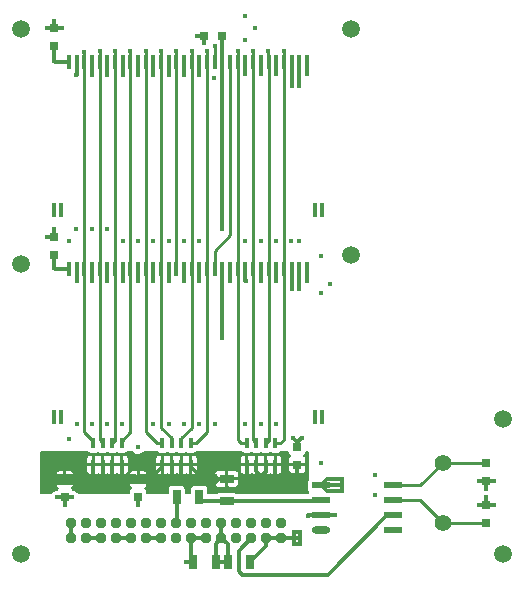
<source format=gbl>
G04 #@! TF.FileFunction,Copper,L4,Bot,Signal*
%FSLAX46Y46*%
G04 Gerber Fmt 4.6, Leading zero omitted, Abs format (unit mm)*
G04 Created by KiCad (PCBNEW 4.0.6) date Mon Aug 28 23:47:59 2017*
%MOMM*%
%LPD*%
G01*
G04 APERTURE LIST*
%ADD10C,0.100000*%
%ADD11R,0.370000X1.200000*%
%ADD12C,1.500000*%
%ADD13C,1.422400*%
%ADD14R,0.400000X0.900000*%
%ADD15C,0.950000*%
%ADD16R,0.800000X0.750000*%
%ADD17R,0.750000X0.800000*%
%ADD18R,0.700000X1.300000*%
%ADD19R,1.300000X0.700000*%
%ADD20O,1.600000X0.600000*%
%ADD21R,1.600000X0.600000*%
%ADD22C,0.450000*%
%ADD23C,0.370000*%
%ADD24C,0.250000*%
%ADD25C,0.200000*%
G04 APERTURE END LIST*
D10*
D11*
X29428132Y-47702064D03*
X30078132Y-47702064D03*
X30728132Y-47702064D03*
X31378132Y-47702064D03*
X32028132Y-47702064D03*
X32678132Y-47702064D03*
X33328132Y-47702064D03*
X33978132Y-47702064D03*
X34628132Y-47702064D03*
X35278132Y-47702064D03*
X35928132Y-47702064D03*
X36578132Y-47702064D03*
X37228132Y-47702064D03*
X37878132Y-47702064D03*
X38528132Y-47702064D03*
X39178132Y-47702064D03*
X39828133Y-47702064D03*
X40478133Y-47702064D03*
X41128133Y-47702064D03*
X41778133Y-47702064D03*
X42428133Y-47702064D03*
X43078133Y-47702064D03*
X43728133Y-47702064D03*
X44378133Y-47702064D03*
X45028133Y-47702064D03*
X45678133Y-47702064D03*
X46328133Y-47702064D03*
X46978133Y-47702064D03*
X47628133Y-47702064D03*
X48278133Y-47702064D03*
X48928133Y-47702064D03*
X49578133Y-47702064D03*
X50878133Y-60252065D03*
X50228133Y-60252065D03*
X28778132Y-60252065D03*
X28128132Y-60252065D03*
D12*
X25400000Y-27432000D03*
X66158500Y-71882000D03*
X66158530Y-60452000D03*
D13*
X61087000Y-64135000D03*
X61087000Y-69215000D03*
D14*
X32288722Y-62491848D03*
X33088722Y-62491848D03*
X31488722Y-62491848D03*
X33888722Y-62491848D03*
X31488722Y-64291848D03*
X32288722Y-64291848D03*
X33088722Y-64291848D03*
X33888722Y-64291848D03*
D12*
X25400000Y-47268000D03*
X53340000Y-27432000D03*
X25400000Y-71882000D03*
X53331500Y-46506000D03*
D14*
X38138722Y-62491848D03*
X38938722Y-62491848D03*
X37338722Y-62491848D03*
X39738722Y-62491848D03*
X37338722Y-64291848D03*
X38138722Y-64291848D03*
X38938722Y-64291848D03*
X39738722Y-64291848D03*
X45288722Y-62491848D03*
X46088722Y-62491848D03*
X44488722Y-62491848D03*
X46888722Y-62491848D03*
X44488722Y-64291848D03*
X45288722Y-64291848D03*
X46088722Y-64291848D03*
X46888722Y-64291848D03*
D15*
X47410000Y-69235400D03*
X46140000Y-69235400D03*
X44870589Y-69235400D03*
X43600589Y-69235400D03*
X42330000Y-69231623D03*
X41060000Y-69235400D03*
X39790000Y-69235400D03*
X38520589Y-69235400D03*
X37250589Y-69235400D03*
X35980000Y-69235400D03*
X34710000Y-69235400D03*
X33440589Y-69235400D03*
X32170589Y-69235400D03*
X30900000Y-69235400D03*
X29630000Y-69235400D03*
X47410000Y-70505400D03*
X46140589Y-70505400D03*
X44870000Y-70505400D03*
X43600000Y-70505400D03*
X42330000Y-70501623D03*
X41060000Y-70505400D03*
X39790000Y-70505400D03*
X38520589Y-70505400D03*
X37250589Y-70501623D03*
X35980000Y-70501623D03*
X34710000Y-70501623D03*
X33440589Y-70501623D03*
X32170589Y-70501623D03*
X30900000Y-70501623D03*
X29630000Y-70501623D03*
D16*
X42397500Y-27964000D03*
X40897500Y-27964000D03*
D17*
X64770000Y-69203000D03*
X64770000Y-67703000D03*
X64770000Y-64147000D03*
X64770000Y-65647000D03*
X28185500Y-28841000D03*
X28185500Y-27341000D03*
X28185500Y-46494000D03*
X28185500Y-44994000D03*
X48759500Y-62774000D03*
X48759500Y-64274000D03*
X35297500Y-67042600D03*
X35297500Y-65542600D03*
X29083000Y-67044000D03*
X29083000Y-65544000D03*
D18*
X44765000Y-72517000D03*
X42865000Y-72517000D03*
D19*
X42799000Y-67371000D03*
X42799000Y-65471000D03*
D18*
X38547000Y-67056000D03*
X40447000Y-67056000D03*
X41844000Y-72517000D03*
X39944000Y-72517000D03*
D20*
X50800000Y-69850000D03*
D21*
X50800000Y-68580000D03*
X50800000Y-67310000D03*
X50800000Y-66040000D03*
X56896000Y-66040000D03*
X56896000Y-67310000D03*
X56896000Y-68580000D03*
X56896000Y-69850000D03*
D11*
X29428132Y-30176064D03*
X30078132Y-30176064D03*
X30728132Y-30176064D03*
X31378132Y-30176064D03*
X32028132Y-30176064D03*
X32678132Y-30176064D03*
X33328132Y-30176064D03*
X33978132Y-30176064D03*
X34628132Y-30176064D03*
X35278132Y-30176064D03*
X35928132Y-30176064D03*
X36578132Y-30176064D03*
X37228132Y-30176064D03*
X37878132Y-30176064D03*
X38528132Y-30176064D03*
X39178132Y-30176064D03*
X39828133Y-30176064D03*
X40478133Y-30176064D03*
X41128133Y-30176064D03*
X41778133Y-30176064D03*
X42428133Y-30176064D03*
X43078133Y-30176064D03*
X43728133Y-30176064D03*
X44378133Y-30176064D03*
X45028133Y-30176064D03*
X45678133Y-30176064D03*
X46328133Y-30176064D03*
X46978133Y-30176064D03*
X47628133Y-30176064D03*
X48278133Y-30176064D03*
X48928133Y-30176064D03*
X49578133Y-30176064D03*
X50878133Y-42726065D03*
X50228133Y-42726065D03*
X28778132Y-42726065D03*
X28128132Y-42726065D03*
D22*
X42426001Y-43331000D03*
X42426001Y-43839000D03*
X42420000Y-44347000D03*
X42420000Y-49517000D03*
X42425500Y-53547000D03*
X42420000Y-50037000D03*
X42425500Y-50557000D03*
X42425500Y-53027000D03*
X42425500Y-52507000D03*
X48277120Y-32256715D03*
X48911683Y-32256715D03*
X30065100Y-31266000D03*
X31360500Y-31266000D03*
X32694000Y-31266000D03*
X35272100Y-31266000D03*
X37888300Y-31266000D03*
X40479100Y-31266000D03*
X44365300Y-31240600D03*
X45686100Y-31240600D03*
X46981500Y-31240600D03*
X48276895Y-49401476D03*
X48937004Y-49402606D03*
X46981500Y-48741200D03*
X45686100Y-48741200D03*
X44390700Y-48741200D03*
X43069900Y-48741200D03*
X40479100Y-48741200D03*
X30091157Y-48740024D03*
X31385010Y-48741631D03*
X32680966Y-48741633D03*
X37888300Y-48741631D03*
X35272878Y-48741631D03*
X46956100Y-60831600D03*
X45686100Y-60831600D03*
X44365956Y-60831155D03*
X40453700Y-60831600D03*
X37862900Y-60831040D03*
X30090500Y-60857000D03*
X31361048Y-60856297D03*
X32675168Y-60861789D03*
X35272100Y-62812800D03*
X48911899Y-45388905D03*
X48251500Y-45388400D03*
X46981500Y-45388400D03*
X45660700Y-45388400D03*
X44365300Y-45363000D03*
X40453700Y-45363000D03*
X37862900Y-45388400D03*
X35272100Y-45337600D03*
X32655900Y-44372400D03*
X31360500Y-44347000D03*
X30065100Y-44347000D03*
X44314500Y-28345000D03*
X41748811Y-31519244D03*
X51503724Y-49019342D03*
X50791500Y-49757200D03*
X27550500Y-44982000D03*
X28185500Y-44347000D03*
X28820500Y-27329000D03*
X27550500Y-27329000D03*
X28185500Y-26694000D03*
X40885500Y-28599000D03*
X40250500Y-27964000D03*
X44314500Y-26313000D03*
X45203500Y-27329000D03*
X49648500Y-68604000D03*
X51934500Y-68578600D03*
X64113800Y-67702300D03*
X65421900Y-67702300D03*
X64774200Y-67054600D03*
X65434600Y-65644900D03*
X64113800Y-65644900D03*
X64774200Y-66318000D03*
X35297500Y-67715000D03*
X29087200Y-67715000D03*
X28452200Y-67041900D03*
X29709500Y-67041900D03*
X49140500Y-62000000D03*
X48378500Y-62000000D03*
X55363500Y-65175000D03*
X55363500Y-66826000D03*
X39370000Y-72517000D03*
X47625500Y-29302000D03*
X46325500Y-29302000D03*
X45025500Y-29302000D03*
X43725500Y-29302000D03*
X41125500Y-29302000D03*
X39825500Y-29302000D03*
X38525500Y-29302000D03*
X37225500Y-29302000D03*
X35925500Y-29302000D03*
X34625500Y-29302000D03*
X33325219Y-29302275D03*
X32024431Y-29301698D03*
X30727006Y-29303377D03*
X40513000Y-65278000D03*
X41783000Y-65278000D03*
X39243000Y-65278000D03*
X44314500Y-66318000D03*
X49013500Y-70001000D03*
X48518200Y-70001000D03*
X49013500Y-71017000D03*
X48518200Y-71017000D03*
X49013500Y-70509000D03*
X48518200Y-70509000D03*
X45711500Y-66318000D03*
X46981500Y-66318000D03*
X49013500Y-66318000D03*
X48505500Y-66318000D03*
X49022000Y-65786000D03*
X49022000Y-65278000D03*
X48514000Y-65786000D03*
X48514000Y-65278000D03*
X31369000Y-65786000D03*
X31369000Y-65278000D03*
X46990000Y-65786000D03*
X46990000Y-65278000D03*
X45720000Y-65786000D03*
X45720000Y-65278000D03*
X44323000Y-65786000D03*
X44323000Y-65278000D03*
X27686000Y-64770000D03*
X28194000Y-64770000D03*
X29972000Y-65278000D03*
X29972000Y-65786000D03*
X36576000Y-65278000D03*
X36576000Y-65786000D03*
X33909000Y-65786000D03*
X32639000Y-65786000D03*
X27686000Y-65278000D03*
X27686000Y-65786000D03*
X28194000Y-65278000D03*
X28194000Y-65786000D03*
X32639000Y-65278000D03*
X33909000Y-65278000D03*
X40513000Y-65786000D03*
X41783000Y-65786000D03*
X39243000Y-65786000D03*
X41774500Y-28853000D03*
X39158300Y-31266000D03*
X36567500Y-31266000D03*
X33976700Y-31266000D03*
X49572300Y-31240600D03*
X39183700Y-48741200D03*
X49587303Y-48741200D03*
X33976922Y-48741631D03*
X36568836Y-48741631D03*
X41761800Y-60844300D03*
X39171000Y-60844300D03*
X36567500Y-60844300D03*
X33964000Y-60844300D03*
X29417400Y-62139700D03*
X39183700Y-45363000D03*
X36567500Y-45388400D03*
X29404617Y-45388281D03*
X33976700Y-45363000D03*
X28185500Y-47649000D03*
X28185500Y-30123000D03*
X50791500Y-46633000D03*
X50810500Y-64142000D03*
X52578000Y-65532000D03*
X52578000Y-66548000D03*
X52578000Y-66040000D03*
D23*
X42430000Y-27964000D02*
X42430000Y-30181401D01*
X42430000Y-30181401D02*
X42426001Y-30185400D01*
X42426001Y-30185400D02*
X42426001Y-43331000D01*
X42426001Y-43331000D02*
X42426001Y-43839000D01*
X42420000Y-44347000D02*
X42420000Y-43845001D01*
X42420000Y-43845001D02*
X42426001Y-43839000D01*
X42425500Y-53027000D02*
X42425500Y-53547000D01*
X42425500Y-52507000D02*
X42425500Y-50557000D01*
X42425500Y-50557000D02*
X42425500Y-47735901D01*
X42425500Y-52507000D02*
X42425500Y-53027000D01*
X42425500Y-47735901D02*
X42426001Y-47735400D01*
X42330000Y-69231623D02*
X42330000Y-70501623D01*
X41844000Y-72517000D02*
X42865000Y-72517000D01*
X42865000Y-72517000D02*
X42865000Y-71036623D01*
X42865000Y-71036623D02*
X42330000Y-70501623D01*
X41844000Y-72517000D02*
X41844000Y-70987623D01*
X41844000Y-70987623D02*
X42330000Y-70501623D01*
X48276001Y-32255596D02*
X48277120Y-32256715D01*
X48276001Y-30185400D02*
X48276001Y-32255596D01*
X48926001Y-32242397D02*
X48911683Y-32256715D01*
X48926001Y-30185400D02*
X48926001Y-32242397D01*
X30076000Y-30185400D02*
X30076000Y-31255100D01*
X30076000Y-31255100D02*
X30065100Y-31266000D01*
X31376000Y-30185400D02*
X31376000Y-31250500D01*
X31376000Y-31250500D02*
X31360500Y-31266000D01*
X32676000Y-30185400D02*
X32676000Y-31248000D01*
X32676000Y-31248000D02*
X32694000Y-31266000D01*
X35276000Y-30185400D02*
X35276000Y-31262100D01*
X35276000Y-31262100D02*
X35272100Y-31266000D01*
X37876000Y-30185400D02*
X37876000Y-31253700D01*
X37876000Y-31253700D02*
X37888300Y-31266000D01*
X40476001Y-30185400D02*
X40476001Y-31262901D01*
X40476001Y-31262901D02*
X40479100Y-31266000D01*
X44376001Y-30185400D02*
X44376001Y-31229899D01*
X44376001Y-31229899D02*
X44365300Y-31240600D01*
X45676001Y-30185400D02*
X45676001Y-31230501D01*
X45676001Y-31230501D02*
X45686100Y-31240600D01*
X46976001Y-30185400D02*
X46976001Y-31235101D01*
X46976001Y-31235101D02*
X46981500Y-31240600D01*
X48276001Y-49400582D02*
X48276895Y-49401476D01*
X48276001Y-47735400D02*
X48276001Y-49400582D01*
X48926001Y-49391603D02*
X48937004Y-49402606D01*
X48926001Y-47735400D02*
X48926001Y-49391603D01*
X46976001Y-47735400D02*
X46976001Y-48735701D01*
X46976001Y-48735701D02*
X46981500Y-48741200D01*
X45676001Y-47735400D02*
X45676001Y-48731101D01*
X45676001Y-48731101D02*
X45686100Y-48741200D01*
X44376001Y-47735400D02*
X44376001Y-48726501D01*
X44376001Y-48726501D02*
X44390700Y-48741200D01*
X43076001Y-47735400D02*
X43076001Y-48735099D01*
X43076001Y-48735099D02*
X43069900Y-48741200D01*
X40476001Y-47735400D02*
X40476001Y-48738101D01*
X40476001Y-48738101D02*
X40479100Y-48741200D01*
X30076000Y-48724867D02*
X30091157Y-48740024D01*
X30076000Y-47735400D02*
X30076000Y-48724867D01*
X31376000Y-48732621D02*
X31385010Y-48741631D01*
X31376000Y-47735400D02*
X31376000Y-48732621D01*
X32676000Y-48736667D02*
X32680966Y-48741633D01*
X32676000Y-47735400D02*
X32676000Y-48736667D01*
X37876000Y-48729331D02*
X37888300Y-48741631D01*
X37876000Y-47735400D02*
X37876000Y-48729331D01*
X35276000Y-48738509D02*
X35272878Y-48741631D01*
X35276000Y-47735400D02*
X35276000Y-48738509D01*
X28185500Y-44994000D02*
X27562500Y-44994000D01*
X27562500Y-44994000D02*
X27550500Y-44982000D01*
X28185500Y-44994000D02*
X28185500Y-44347000D01*
X28185500Y-27341000D02*
X28808500Y-27341000D01*
X28808500Y-27341000D02*
X28820500Y-27329000D01*
X28185500Y-27341000D02*
X27562500Y-27341000D01*
X27562500Y-27341000D02*
X27550500Y-27329000D01*
X28185500Y-27341000D02*
X28185500Y-26694000D01*
X40897500Y-27964000D02*
X40897500Y-28587000D01*
X40897500Y-28587000D02*
X40885500Y-28599000D01*
X40897500Y-27964000D02*
X40250500Y-27964000D01*
X50800000Y-68580000D02*
X49672500Y-68580000D01*
X49672500Y-68580000D02*
X49648500Y-68604000D01*
X51933100Y-68580000D02*
X51934500Y-68578600D01*
X50800000Y-68580000D02*
X51933100Y-68580000D01*
X64770000Y-67703000D02*
X64114500Y-67703000D01*
X64114500Y-67703000D02*
X64113800Y-67702300D01*
X64770000Y-67703000D02*
X65421200Y-67703000D01*
X65421200Y-67703000D02*
X65421900Y-67702300D01*
X64770000Y-67703000D02*
X64770000Y-67058800D01*
X64770000Y-67058800D02*
X64774200Y-67054600D01*
X64770000Y-65647000D02*
X65432500Y-65647000D01*
X65432500Y-65647000D02*
X65434600Y-65644900D01*
X64770000Y-65647000D02*
X64115900Y-65647000D01*
X64115900Y-65647000D02*
X64113800Y-65644900D01*
X64770000Y-65647000D02*
X64770000Y-66313800D01*
X64770000Y-66313800D02*
X64774200Y-66318000D01*
X35297500Y-67042600D02*
X35297500Y-67715000D01*
X29083000Y-67044000D02*
X29083000Y-67710800D01*
X29083000Y-67710800D02*
X29087200Y-67715000D01*
X29083000Y-67044000D02*
X28454300Y-67044000D01*
X28454300Y-67044000D02*
X28452200Y-67041900D01*
X29083000Y-67044000D02*
X29707400Y-67044000D01*
X29707400Y-67044000D02*
X29709500Y-67041900D01*
X48759500Y-62381000D02*
X49140500Y-62000000D01*
X48759500Y-62774000D02*
X48759500Y-62381000D01*
X48759500Y-62381000D02*
X48378500Y-62000000D01*
X32170589Y-70501623D02*
X30900000Y-70501623D01*
X37250589Y-70501623D02*
X35980000Y-70501623D01*
X41060000Y-70505400D02*
X39790000Y-70505400D01*
X39790000Y-70505400D02*
X39790000Y-72363000D01*
X39790000Y-72363000D02*
X39944000Y-72517000D01*
X39944000Y-72517000D02*
X39370000Y-72517000D01*
D24*
X61087000Y-69215000D02*
X64758000Y-69215000D01*
X64758000Y-69215000D02*
X64770000Y-69203000D01*
X56896000Y-67310000D02*
X59182000Y-67310000D01*
X59182000Y-67310000D02*
X61087000Y-69215000D01*
X61087000Y-64135000D02*
X64758000Y-64135000D01*
X64758000Y-64135000D02*
X64770000Y-64147000D01*
X56896000Y-66040000D02*
X59182000Y-66040000D01*
X59182000Y-66040000D02*
X61087000Y-64135000D01*
X47625500Y-29302000D02*
X47625500Y-30184899D01*
X47625500Y-30184899D02*
X47626001Y-30185400D01*
X47626001Y-30185400D02*
X47626001Y-47735400D01*
X47626001Y-47735400D02*
X47626001Y-62204569D01*
X47626001Y-62204569D02*
X47338722Y-62491848D01*
X47338722Y-62491848D02*
X46888722Y-62491848D01*
X46325500Y-29302000D02*
X46325500Y-30184899D01*
X46325500Y-30184899D02*
X46326001Y-30185400D01*
X46326001Y-30185400D02*
X46326001Y-47735400D01*
X46326001Y-47735400D02*
X46326001Y-62254569D01*
X46326001Y-62254569D02*
X46088722Y-62491848D01*
X45025500Y-29302000D02*
X45025500Y-30184899D01*
X45025500Y-30184899D02*
X45026001Y-30185400D01*
X45026001Y-30185400D02*
X45026001Y-47735400D01*
X45026001Y-47735400D02*
X45026001Y-62229127D01*
X45026001Y-62229127D02*
X45288722Y-62491848D01*
X43725500Y-29302000D02*
X43725500Y-30184899D01*
X43725500Y-30184899D02*
X43726001Y-30185400D01*
X43726001Y-30185400D02*
X43726001Y-47735400D01*
X43726001Y-47735400D02*
X43726001Y-62179127D01*
X43726001Y-62179127D02*
X44038722Y-62491848D01*
X44038722Y-62491848D02*
X44488722Y-62491848D01*
X41125500Y-29302000D02*
X41125500Y-30184899D01*
X41125500Y-30184899D02*
X41126001Y-30185400D01*
X41126001Y-30185400D02*
X41126001Y-47735400D01*
X41126001Y-47735400D02*
X41126001Y-61554569D01*
X41126001Y-61554569D02*
X40188722Y-62491848D01*
X40188722Y-62491848D02*
X39738722Y-62491848D01*
X39826001Y-61169567D02*
X38938722Y-62056846D01*
X38938722Y-62056846D02*
X38938722Y-62491848D01*
X39825500Y-29302000D02*
X39825500Y-30184899D01*
X39825500Y-30184899D02*
X39826001Y-30185400D01*
X39826001Y-30185400D02*
X39826001Y-47735400D01*
X39826001Y-47735400D02*
X39826001Y-61169567D01*
X38525500Y-29302000D02*
X38525500Y-30184900D01*
X38525500Y-30184900D02*
X38526000Y-30185400D01*
X38526000Y-30185400D02*
X38526000Y-47735400D01*
D23*
X38547000Y-67056000D02*
X38547000Y-69208989D01*
D24*
X38547000Y-69208989D02*
X38520589Y-69235400D01*
X38674000Y-69081989D02*
X38520589Y-69235400D01*
X37225500Y-29302000D02*
X37225500Y-30184900D01*
X37225500Y-30184900D02*
X37226000Y-30185400D01*
X37226000Y-30185400D02*
X37226000Y-47735400D01*
X37226000Y-47735400D02*
X37226000Y-61144124D01*
X37226000Y-61144124D02*
X38138722Y-62056846D01*
X38138722Y-62056846D02*
X38138722Y-62491848D01*
X35925500Y-29302000D02*
X35925500Y-30184900D01*
X35925500Y-30184900D02*
X35926000Y-30185400D01*
X35926000Y-30185400D02*
X35926000Y-47735400D01*
X35926000Y-47735400D02*
X35926000Y-61529126D01*
X35926000Y-61529126D02*
X36888722Y-62491848D01*
X36888722Y-62491848D02*
X37338722Y-62491848D01*
X34625500Y-29302000D02*
X34625500Y-30184900D01*
X34625500Y-30184900D02*
X34626000Y-30185400D01*
X34626000Y-30185400D02*
X34626000Y-47735400D01*
X34626000Y-47735400D02*
X34626000Y-61504570D01*
X34626000Y-61504570D02*
X33888722Y-62241848D01*
X33888722Y-62241848D02*
X33888722Y-62491848D01*
X33326000Y-29303056D02*
X33325219Y-29302275D01*
X33326000Y-30185400D02*
X33326000Y-29303056D01*
X33326000Y-30185400D02*
X33326000Y-47735400D01*
X33326000Y-47735400D02*
X33326000Y-62254570D01*
X33326000Y-62254570D02*
X33088722Y-62491848D01*
X32026000Y-29303267D02*
X32024431Y-29301698D01*
X32026000Y-30185400D02*
X32026000Y-29303267D01*
X32026000Y-30185400D02*
X32026000Y-47735400D01*
X32026000Y-47735400D02*
X32026000Y-62229126D01*
X32026000Y-62229126D02*
X32288722Y-62491848D01*
X30726000Y-29304383D02*
X30727006Y-29303377D01*
X30726000Y-30185400D02*
X30726000Y-29304383D01*
X30726000Y-30185400D02*
X30726000Y-47735400D01*
X30726000Y-47735400D02*
X30726000Y-61479126D01*
X30726000Y-61479126D02*
X31488722Y-62241848D01*
X31488722Y-62241848D02*
X31488722Y-62491848D01*
D23*
X39243000Y-65278000D02*
X40513000Y-65278000D01*
X40513000Y-65278000D02*
X41783000Y-65278000D01*
X40513000Y-65278000D02*
X40513000Y-65786000D01*
X37969999Y-65278000D02*
X38481000Y-65278000D01*
X38481000Y-65278000D02*
X39243000Y-65278000D01*
X38938722Y-64291848D02*
X38938722Y-65111848D01*
X38938722Y-65111848D02*
X38772570Y-65278000D01*
X38772570Y-65278000D02*
X38481000Y-65278000D01*
X38138722Y-65111848D02*
X37972570Y-65278000D01*
X37972570Y-65278000D02*
X37744999Y-65278000D01*
X41783000Y-65278000D02*
X41783000Y-65786000D01*
X41976000Y-65471000D02*
X41783000Y-65278000D01*
X37744999Y-65278000D02*
X37969999Y-65278000D01*
X39243000Y-65278000D02*
X39243000Y-65786000D01*
X44323000Y-65786000D02*
X44323000Y-66309500D01*
X44323000Y-66309500D02*
X44314500Y-66318000D01*
X49013500Y-70001000D02*
X48518200Y-70001000D01*
X49013500Y-70509000D02*
X49013500Y-70001000D01*
X48518200Y-70509000D02*
X48518200Y-70001000D01*
X49013500Y-71017000D02*
X48518200Y-71017000D01*
X49013500Y-70509000D02*
X49013500Y-71017000D01*
X48518200Y-70509000D02*
X48518200Y-71017000D01*
X48518200Y-70509000D02*
X49013500Y-70509000D01*
X47410000Y-70505400D02*
X48514600Y-70505400D01*
X48514600Y-70505400D02*
X48518200Y-70509000D01*
X46140589Y-70505400D02*
X46140589Y-71141411D01*
X46140589Y-71141411D02*
X44765000Y-72517000D01*
X33909000Y-65786000D02*
X35054100Y-65786000D01*
X35054100Y-65786000D02*
X35297500Y-65542600D01*
X33909000Y-65278000D02*
X35032900Y-65278000D01*
X35032900Y-65278000D02*
X35297500Y-65542600D01*
X36576000Y-65786000D02*
X35540900Y-65786000D01*
X35540900Y-65786000D02*
X35297500Y-65542600D01*
X36576000Y-65278000D02*
X35562100Y-65278000D01*
X35562100Y-65278000D02*
X35297500Y-65542600D01*
X45720000Y-65786000D02*
X45720000Y-66309500D01*
X45720000Y-66309500D02*
X45711500Y-66318000D01*
X46990000Y-65786000D02*
X46990000Y-66309500D01*
X46990000Y-66309500D02*
X46981500Y-66318000D01*
X48759500Y-64274000D02*
X48759500Y-65015500D01*
X48759500Y-65015500D02*
X49022000Y-65278000D01*
X48759500Y-64274000D02*
X48759500Y-65032500D01*
X48759500Y-65032500D02*
X48514000Y-65278000D01*
X48505500Y-66318000D02*
X49013500Y-66318000D01*
X49022000Y-65786000D02*
X49022000Y-66309500D01*
X49022000Y-66309500D02*
X49013500Y-66318000D01*
X48514000Y-65786000D02*
X48514000Y-66309500D01*
X48514000Y-66309500D02*
X48505500Y-66318000D01*
X39738722Y-64291848D02*
X39738722Y-64503722D01*
X39738722Y-64503722D02*
X40513000Y-65278000D01*
X32639000Y-65278000D02*
X32131000Y-65278000D01*
X32131000Y-65278000D02*
X31369000Y-65278000D01*
X32288722Y-64291848D02*
X32288722Y-65120278D01*
X32288722Y-65120278D02*
X32131000Y-65278000D01*
X33909000Y-65278000D02*
X33147000Y-65278000D01*
X33147000Y-65278000D02*
X32639000Y-65278000D01*
X33088722Y-64291848D02*
X33088722Y-65111848D01*
X33088722Y-65111848D02*
X33147000Y-65170126D01*
X33147000Y-65170126D02*
X33147000Y-65278000D01*
X38138722Y-64291848D02*
X38138722Y-65111848D01*
X37338722Y-64291848D02*
X37338722Y-64515278D01*
X37338722Y-64515278D02*
X36576000Y-65278000D01*
X49022000Y-65278000D02*
X49022000Y-65786000D01*
X48514000Y-65786000D02*
X49022000Y-65786000D01*
X48514000Y-65278000D02*
X49022000Y-65278000D01*
X42799000Y-65471000D02*
X41976000Y-65471000D01*
X46990000Y-65786000D02*
X48514000Y-65786000D01*
X46990000Y-65278000D02*
X48514000Y-65278000D01*
X48514000Y-65278000D02*
X48514000Y-65786000D01*
X48526000Y-65266000D02*
X48514000Y-65278000D01*
X36576000Y-65786000D02*
X37744999Y-65786000D01*
X31369000Y-65278000D02*
X31369000Y-65786000D01*
X31488722Y-64291848D02*
X31488722Y-65158278D01*
X31488722Y-65158278D02*
X31369000Y-65278000D01*
X32639000Y-65786000D02*
X31369000Y-65786000D01*
X37744999Y-65786000D02*
X37969999Y-65786000D01*
X42799000Y-65471000D02*
X42098000Y-65471000D01*
X46990000Y-65278000D02*
X45720000Y-65278000D01*
X46990000Y-65786000D02*
X45720000Y-65786000D01*
X46990000Y-65278000D02*
X46990000Y-65786000D01*
X46888722Y-64291848D02*
X46888722Y-65176722D01*
X46888722Y-65176722D02*
X46990000Y-65278000D01*
X44323000Y-65786000D02*
X45720000Y-65786000D01*
X45720000Y-65278000D02*
X44323000Y-65278000D01*
X46088722Y-64291848D02*
X46088722Y-64909278D01*
X46088722Y-64909278D02*
X45720000Y-65278000D01*
X45720000Y-65278000D02*
X45720000Y-65786000D01*
X45288722Y-64291848D02*
X45288722Y-64846722D01*
X45288722Y-64846722D02*
X45720000Y-65278000D01*
X44323000Y-65278000D02*
X44323000Y-65786000D01*
X44488722Y-64291848D02*
X44488722Y-65112278D01*
X44488722Y-65112278D02*
X44323000Y-65278000D01*
X28194000Y-65278000D02*
X29972000Y-65278000D01*
X29972000Y-65278000D02*
X29972000Y-65786000D01*
X27686000Y-64770000D02*
X28194000Y-64770000D01*
X28194000Y-65278000D02*
X28194000Y-65786000D01*
X27686000Y-65278000D02*
X27686000Y-65786000D01*
X32639000Y-65786000D02*
X33909000Y-65786000D01*
X36576000Y-65278000D02*
X37744999Y-65278000D01*
X27686000Y-65278000D02*
X27686000Y-64770000D01*
X28194000Y-65278000D02*
X28194000Y-64770000D01*
X29083000Y-65798000D02*
X29452000Y-65798000D01*
X29083000Y-65798000D02*
X29960000Y-65798000D01*
X29960000Y-65798000D02*
X29972000Y-65786000D01*
X36576000Y-65786000D02*
X36576000Y-65278000D01*
X36564000Y-65798000D02*
X36576000Y-65786000D01*
X33909000Y-65278000D02*
X33909000Y-65786000D01*
X32639000Y-65278000D02*
X32639000Y-65786000D01*
X28194000Y-65278000D02*
X27686000Y-65278000D01*
X28194000Y-65786000D02*
X27686000Y-65786000D01*
X29083000Y-65798000D02*
X28714000Y-65798000D01*
X29083000Y-65798000D02*
X28206000Y-65798000D01*
X28206000Y-65798000D02*
X28194000Y-65786000D01*
X33888722Y-64291848D02*
X33888722Y-65257722D01*
X33888722Y-65257722D02*
X33909000Y-65278000D01*
X46140589Y-70505400D02*
X47410000Y-70505400D01*
X40513000Y-65786000D02*
X41783000Y-65786000D01*
X39243000Y-65786000D02*
X40513000Y-65786000D01*
X37969999Y-65786000D02*
X39243000Y-65786000D01*
X42098000Y-65471000D02*
X41783000Y-65786000D01*
X42799000Y-67371000D02*
X50739000Y-67371000D01*
D24*
X50739000Y-67371000D02*
X50800000Y-67310000D01*
D23*
X42799000Y-67371000D02*
X40762000Y-67371000D01*
X40762000Y-67371000D02*
X40447000Y-67056000D01*
D24*
X43076001Y-30185400D02*
X43076001Y-44861499D01*
X43076001Y-44861499D02*
X41776001Y-46161499D01*
X41776001Y-46885400D02*
X41776001Y-47735400D01*
X41776001Y-46161499D02*
X41776001Y-46885400D01*
X41774500Y-28853000D02*
X41774500Y-30183899D01*
X41774500Y-30183899D02*
X41776001Y-30185400D01*
D23*
X44870000Y-70505400D02*
X43812295Y-71563105D01*
X51373520Y-73602480D02*
X56396000Y-68580000D01*
X43812295Y-71563105D02*
X43812295Y-73326437D01*
X43812295Y-73326437D02*
X44088338Y-73602480D01*
X44088338Y-73602480D02*
X51373520Y-73602480D01*
X56396000Y-68580000D02*
X56896000Y-68580000D01*
X39176000Y-30185400D02*
X39176000Y-31248300D01*
X39176000Y-31248300D02*
X39158300Y-31266000D01*
X36576000Y-30185400D02*
X36576000Y-31257500D01*
X36576000Y-31257500D02*
X36567500Y-31266000D01*
X33976000Y-30185400D02*
X33976000Y-31265300D01*
X33976000Y-31265300D02*
X33976700Y-31266000D01*
X49576001Y-30185400D02*
X49576001Y-31236899D01*
X49576001Y-31236899D02*
X49572300Y-31240600D01*
X39176000Y-47735400D02*
X39176000Y-48733500D01*
X39176000Y-48733500D02*
X39183700Y-48741200D01*
X49576001Y-47735400D02*
X49576001Y-48729898D01*
X49576001Y-48729898D02*
X49587303Y-48741200D01*
X33976000Y-48740709D02*
X33976922Y-48741631D01*
X33976000Y-47735400D02*
X33976000Y-48740709D01*
X36576000Y-48734467D02*
X36568836Y-48741631D01*
X36576000Y-47735400D02*
X36576000Y-48734467D01*
X28185500Y-46494000D02*
X28185500Y-47649000D01*
X29426000Y-47735400D02*
X28271900Y-47735400D01*
X28271900Y-47735400D02*
X28185500Y-47649000D01*
X28185500Y-28841000D02*
X28185500Y-30123000D01*
X29426000Y-30185400D02*
X28247900Y-30185400D01*
X28247900Y-30185400D02*
X28185500Y-30123000D01*
X52578000Y-66548000D02*
X51308000Y-66548000D01*
X51308000Y-66548000D02*
X50800000Y-66040000D01*
X52578000Y-65532000D02*
X51308000Y-65532000D01*
X51308000Y-65532000D02*
X50800000Y-66040000D01*
X52578000Y-66040000D02*
X52578000Y-65532000D01*
X52578000Y-66040000D02*
X52578000Y-66548000D01*
X50800000Y-66040000D02*
X52578000Y-66040000D01*
X29630000Y-70501623D02*
X29630000Y-69235400D01*
X34710000Y-70501623D02*
X33440589Y-70501623D01*
D25*
G36*
X49641633Y-65555955D02*
X49624296Y-65581329D01*
X49592164Y-65740000D01*
X49592164Y-66340000D01*
X49620056Y-66488231D01*
X49638332Y-66516632D01*
X49637743Y-66687956D01*
X43674979Y-66691285D01*
X43607671Y-66645296D01*
X43449000Y-66613164D01*
X42149000Y-66613164D01*
X42000769Y-66641056D01*
X41921189Y-66692264D01*
X41204836Y-66692664D01*
X41204836Y-66406000D01*
X41176944Y-66257769D01*
X41089340Y-66121628D01*
X40955671Y-66030296D01*
X40797000Y-65998164D01*
X40097000Y-65998164D01*
X39948769Y-66026056D01*
X39812628Y-66113660D01*
X39721296Y-66247329D01*
X39689164Y-66406000D01*
X39689164Y-66693511D01*
X39304836Y-66693725D01*
X39304836Y-66406000D01*
X39276944Y-66257769D01*
X39189340Y-66121628D01*
X39055671Y-66030296D01*
X38897000Y-65998164D01*
X38197000Y-65998164D01*
X38048769Y-66026056D01*
X37912628Y-66113660D01*
X37821296Y-66247329D01*
X37789164Y-66406000D01*
X37789164Y-66694571D01*
X36080336Y-66695526D01*
X36080336Y-66642600D01*
X36052444Y-66494369D01*
X35964840Y-66358228D01*
X35870295Y-66293628D01*
X35899082Y-66281704D01*
X36011604Y-66169182D01*
X36072500Y-66022165D01*
X36072500Y-65692600D01*
X36000900Y-65621000D01*
X41749000Y-65621000D01*
X41749000Y-65900565D01*
X41809896Y-66047582D01*
X41922418Y-66160104D01*
X42069435Y-66221000D01*
X42649000Y-66221000D01*
X42749000Y-66121000D01*
X42749000Y-65521000D01*
X42849000Y-65521000D01*
X42849000Y-66121000D01*
X42949000Y-66221000D01*
X43528565Y-66221000D01*
X43675582Y-66160104D01*
X43788104Y-66047582D01*
X43849000Y-65900565D01*
X43849000Y-65621000D01*
X43749000Y-65521000D01*
X42849000Y-65521000D01*
X42749000Y-65521000D01*
X41849000Y-65521000D01*
X41749000Y-65621000D01*
X36000900Y-65621000D01*
X35972500Y-65592600D01*
X35347500Y-65592600D01*
X35347500Y-65612600D01*
X35247500Y-65612600D01*
X35247500Y-65592600D01*
X34622500Y-65592600D01*
X34522500Y-65692600D01*
X34522500Y-66022165D01*
X34583396Y-66169182D01*
X34695918Y-66281704D01*
X34725576Y-66293989D01*
X34638128Y-66350260D01*
X34546796Y-66483929D01*
X34514664Y-66642600D01*
X34514664Y-66696400D01*
X30243978Y-66698784D01*
X30239658Y-66688329D01*
X30063996Y-66512360D01*
X29834366Y-66417009D01*
X29787237Y-66416968D01*
X29750340Y-66359628D01*
X29655795Y-66295028D01*
X29684582Y-66283104D01*
X29797104Y-66170582D01*
X29858000Y-66023565D01*
X29858000Y-65694000D01*
X29758000Y-65594000D01*
X29133000Y-65594000D01*
X29133000Y-65614000D01*
X29033000Y-65614000D01*
X29033000Y-65594000D01*
X28408000Y-65594000D01*
X28308000Y-65694000D01*
X28308000Y-66023565D01*
X28368896Y-66170582D01*
X28481418Y-66283104D01*
X28511076Y-66295389D01*
X28423628Y-66351660D01*
X28379095Y-66416836D01*
X28328425Y-66416792D01*
X28098629Y-66511742D01*
X27922660Y-66687404D01*
X27917395Y-66700083D01*
X27091948Y-66700544D01*
X27097570Y-65064435D01*
X28308000Y-65064435D01*
X28308000Y-65394000D01*
X28408000Y-65494000D01*
X29033000Y-65494000D01*
X29033000Y-64844000D01*
X29133000Y-64844000D01*
X29133000Y-65494000D01*
X29758000Y-65494000D01*
X29858000Y-65394000D01*
X29858000Y-65064435D01*
X29797104Y-64917418D01*
X29684582Y-64804896D01*
X29537565Y-64744000D01*
X29233000Y-64744000D01*
X29133000Y-64844000D01*
X29033000Y-64844000D01*
X28933000Y-64744000D01*
X28628435Y-64744000D01*
X28481418Y-64804896D01*
X28368896Y-64917418D01*
X28308000Y-65064435D01*
X27097570Y-65064435D01*
X27099709Y-64441848D01*
X30888722Y-64441848D01*
X30888722Y-64821413D01*
X30949618Y-64968430D01*
X31062140Y-65080952D01*
X31209157Y-65141848D01*
X31338722Y-65141848D01*
X31438722Y-65041848D01*
X31438722Y-64341848D01*
X31538722Y-64341848D01*
X31538722Y-65041848D01*
X31638722Y-65141848D01*
X31768287Y-65141848D01*
X31888722Y-65091963D01*
X32009157Y-65141848D01*
X32138722Y-65141848D01*
X32238722Y-65041848D01*
X32238722Y-64341848D01*
X32338722Y-64341848D01*
X32338722Y-65041848D01*
X32438722Y-65141848D01*
X32568287Y-65141848D01*
X32688722Y-65091963D01*
X32809157Y-65141848D01*
X32938722Y-65141848D01*
X33038722Y-65041848D01*
X33038722Y-64341848D01*
X33138722Y-64341848D01*
X33138722Y-65041848D01*
X33238722Y-65141848D01*
X33368287Y-65141848D01*
X33488722Y-65091963D01*
X33609157Y-65141848D01*
X33738722Y-65141848D01*
X33838722Y-65041848D01*
X33838722Y-64341848D01*
X33938722Y-64341848D01*
X33938722Y-65041848D01*
X34038722Y-65141848D01*
X34168287Y-65141848D01*
X34315304Y-65080952D01*
X34333221Y-65063035D01*
X34522500Y-65063035D01*
X34522500Y-65392600D01*
X34622500Y-65492600D01*
X35247500Y-65492600D01*
X35247500Y-64842600D01*
X35347500Y-64842600D01*
X35347500Y-65492600D01*
X35972500Y-65492600D01*
X36072500Y-65392600D01*
X36072500Y-65063035D01*
X36011604Y-64916018D01*
X35899082Y-64803496D01*
X35752065Y-64742600D01*
X35447500Y-64742600D01*
X35347500Y-64842600D01*
X35247500Y-64842600D01*
X35147500Y-64742600D01*
X34842935Y-64742600D01*
X34695918Y-64803496D01*
X34583396Y-64916018D01*
X34522500Y-65063035D01*
X34333221Y-65063035D01*
X34427826Y-64968430D01*
X34488722Y-64821413D01*
X34488722Y-64441848D01*
X36738722Y-64441848D01*
X36738722Y-64821413D01*
X36799618Y-64968430D01*
X36912140Y-65080952D01*
X37059157Y-65141848D01*
X37188722Y-65141848D01*
X37288722Y-65041848D01*
X37288722Y-64341848D01*
X37388722Y-64341848D01*
X37388722Y-65041848D01*
X37488722Y-65141848D01*
X37618287Y-65141848D01*
X37738722Y-65091963D01*
X37859157Y-65141848D01*
X37988722Y-65141848D01*
X38088722Y-65041848D01*
X38088722Y-64341848D01*
X38188722Y-64341848D01*
X38188722Y-65041848D01*
X38288722Y-65141848D01*
X38418287Y-65141848D01*
X38538722Y-65091963D01*
X38659157Y-65141848D01*
X38788722Y-65141848D01*
X38888722Y-65041848D01*
X38888722Y-64341848D01*
X38988722Y-64341848D01*
X38988722Y-65041848D01*
X39088722Y-65141848D01*
X39218287Y-65141848D01*
X39338722Y-65091963D01*
X39459157Y-65141848D01*
X39588722Y-65141848D01*
X39688722Y-65041848D01*
X39688722Y-64341848D01*
X39788722Y-64341848D01*
X39788722Y-65041848D01*
X39888722Y-65141848D01*
X40018287Y-65141848D01*
X40165304Y-65080952D01*
X40204821Y-65041435D01*
X41749000Y-65041435D01*
X41749000Y-65321000D01*
X41849000Y-65421000D01*
X42749000Y-65421000D01*
X42749000Y-64821000D01*
X42849000Y-64821000D01*
X42849000Y-65421000D01*
X43749000Y-65421000D01*
X43849000Y-65321000D01*
X43849000Y-65041435D01*
X43788104Y-64894418D01*
X43675582Y-64781896D01*
X43528565Y-64721000D01*
X42949000Y-64721000D01*
X42849000Y-64821000D01*
X42749000Y-64821000D01*
X42649000Y-64721000D01*
X42069435Y-64721000D01*
X41922418Y-64781896D01*
X41809896Y-64894418D01*
X41749000Y-65041435D01*
X40204821Y-65041435D01*
X40277826Y-64968430D01*
X40338722Y-64821413D01*
X40338722Y-64441848D01*
X43888722Y-64441848D01*
X43888722Y-64821413D01*
X43949618Y-64968430D01*
X44062140Y-65080952D01*
X44209157Y-65141848D01*
X44338722Y-65141848D01*
X44438722Y-65041848D01*
X44438722Y-64341848D01*
X44538722Y-64341848D01*
X44538722Y-65041848D01*
X44638722Y-65141848D01*
X44768287Y-65141848D01*
X44888722Y-65091963D01*
X45009157Y-65141848D01*
X45138722Y-65141848D01*
X45238722Y-65041848D01*
X45238722Y-64341848D01*
X45338722Y-64341848D01*
X45338722Y-65041848D01*
X45438722Y-65141848D01*
X45568287Y-65141848D01*
X45688722Y-65091963D01*
X45809157Y-65141848D01*
X45938722Y-65141848D01*
X46038722Y-65041848D01*
X46038722Y-64341848D01*
X46138722Y-64341848D01*
X46138722Y-65041848D01*
X46238722Y-65141848D01*
X46368287Y-65141848D01*
X46488722Y-65091963D01*
X46609157Y-65141848D01*
X46738722Y-65141848D01*
X46838722Y-65041848D01*
X46838722Y-64341848D01*
X46938722Y-64341848D01*
X46938722Y-65041848D01*
X47038722Y-65141848D01*
X47168287Y-65141848D01*
X47315304Y-65080952D01*
X47427826Y-64968430D01*
X47488722Y-64821413D01*
X47488722Y-64441848D01*
X47470874Y-64424000D01*
X47984500Y-64424000D01*
X47984500Y-64753565D01*
X48045396Y-64900582D01*
X48157918Y-65013104D01*
X48304935Y-65074000D01*
X48609500Y-65074000D01*
X48709500Y-64974000D01*
X48709500Y-64324000D01*
X48809500Y-64324000D01*
X48809500Y-64974000D01*
X48909500Y-65074000D01*
X49214065Y-65074000D01*
X49361082Y-65013104D01*
X49473604Y-64900582D01*
X49534500Y-64753565D01*
X49534500Y-64424000D01*
X49434500Y-64324000D01*
X48809500Y-64324000D01*
X48709500Y-64324000D01*
X48084500Y-64324000D01*
X47984500Y-64424000D01*
X47470874Y-64424000D01*
X47388722Y-64341848D01*
X46938722Y-64341848D01*
X46838722Y-64341848D01*
X46138722Y-64341848D01*
X46038722Y-64341848D01*
X45338722Y-64341848D01*
X45238722Y-64341848D01*
X44538722Y-64341848D01*
X44438722Y-64341848D01*
X43988722Y-64341848D01*
X43888722Y-64441848D01*
X40338722Y-64441848D01*
X40238722Y-64341848D01*
X39788722Y-64341848D01*
X39688722Y-64341848D01*
X38988722Y-64341848D01*
X38888722Y-64341848D01*
X38188722Y-64341848D01*
X38088722Y-64341848D01*
X37388722Y-64341848D01*
X37288722Y-64341848D01*
X36838722Y-64341848D01*
X36738722Y-64441848D01*
X34488722Y-64441848D01*
X34388722Y-64341848D01*
X33938722Y-64341848D01*
X33838722Y-64341848D01*
X33138722Y-64341848D01*
X33038722Y-64341848D01*
X32338722Y-64341848D01*
X32238722Y-64341848D01*
X31538722Y-64341848D01*
X31438722Y-64341848D01*
X30988722Y-64341848D01*
X30888722Y-64441848D01*
X27099709Y-64441848D01*
X27102044Y-63762283D01*
X30888722Y-63762283D01*
X30888722Y-64141848D01*
X30988722Y-64241848D01*
X31438722Y-64241848D01*
X31438722Y-63541848D01*
X31538722Y-63541848D01*
X31538722Y-64241848D01*
X32238722Y-64241848D01*
X32238722Y-63541848D01*
X32338722Y-63541848D01*
X32338722Y-64241848D01*
X33038722Y-64241848D01*
X33038722Y-63541848D01*
X33138722Y-63541848D01*
X33138722Y-64241848D01*
X33838722Y-64241848D01*
X33838722Y-63541848D01*
X33938722Y-63541848D01*
X33938722Y-64241848D01*
X34388722Y-64241848D01*
X34488722Y-64141848D01*
X34488722Y-63762283D01*
X36738722Y-63762283D01*
X36738722Y-64141848D01*
X36838722Y-64241848D01*
X37288722Y-64241848D01*
X37288722Y-63541848D01*
X37388722Y-63541848D01*
X37388722Y-64241848D01*
X38088722Y-64241848D01*
X38088722Y-63541848D01*
X38188722Y-63541848D01*
X38188722Y-64241848D01*
X38888722Y-64241848D01*
X38888722Y-63541848D01*
X38988722Y-63541848D01*
X38988722Y-64241848D01*
X39688722Y-64241848D01*
X39688722Y-63541848D01*
X39788722Y-63541848D01*
X39788722Y-64241848D01*
X40238722Y-64241848D01*
X40338722Y-64141848D01*
X40338722Y-63762283D01*
X43888722Y-63762283D01*
X43888722Y-64141848D01*
X43988722Y-64241848D01*
X44438722Y-64241848D01*
X44438722Y-63541848D01*
X44538722Y-63541848D01*
X44538722Y-64241848D01*
X45238722Y-64241848D01*
X45238722Y-63541848D01*
X45338722Y-63541848D01*
X45338722Y-64241848D01*
X46038722Y-64241848D01*
X46038722Y-63541848D01*
X46138722Y-63541848D01*
X46138722Y-64241848D01*
X46838722Y-64241848D01*
X46838722Y-63541848D01*
X46938722Y-63541848D01*
X46938722Y-64241848D01*
X47388722Y-64241848D01*
X47488722Y-64141848D01*
X47488722Y-63762283D01*
X47427826Y-63615266D01*
X47315304Y-63502744D01*
X47168287Y-63441848D01*
X47038722Y-63441848D01*
X46938722Y-63541848D01*
X46838722Y-63541848D01*
X46738722Y-63441848D01*
X46609157Y-63441848D01*
X46488722Y-63491733D01*
X46368287Y-63441848D01*
X46238722Y-63441848D01*
X46138722Y-63541848D01*
X46038722Y-63541848D01*
X45938722Y-63441848D01*
X45809157Y-63441848D01*
X45688722Y-63491733D01*
X45568287Y-63441848D01*
X45438722Y-63441848D01*
X45338722Y-63541848D01*
X45238722Y-63541848D01*
X45138722Y-63441848D01*
X45009157Y-63441848D01*
X44888722Y-63491733D01*
X44768287Y-63441848D01*
X44638722Y-63441848D01*
X44538722Y-63541848D01*
X44438722Y-63541848D01*
X44338722Y-63441848D01*
X44209157Y-63441848D01*
X44062140Y-63502744D01*
X43949618Y-63615266D01*
X43888722Y-63762283D01*
X40338722Y-63762283D01*
X40277826Y-63615266D01*
X40165304Y-63502744D01*
X40018287Y-63441848D01*
X39888722Y-63441848D01*
X39788722Y-63541848D01*
X39688722Y-63541848D01*
X39588722Y-63441848D01*
X39459157Y-63441848D01*
X39338722Y-63491733D01*
X39218287Y-63441848D01*
X39088722Y-63441848D01*
X38988722Y-63541848D01*
X38888722Y-63541848D01*
X38788722Y-63441848D01*
X38659157Y-63441848D01*
X38538722Y-63491733D01*
X38418287Y-63441848D01*
X38288722Y-63441848D01*
X38188722Y-63541848D01*
X38088722Y-63541848D01*
X37988722Y-63441848D01*
X37859157Y-63441848D01*
X37738722Y-63491733D01*
X37618287Y-63441848D01*
X37488722Y-63441848D01*
X37388722Y-63541848D01*
X37288722Y-63541848D01*
X37188722Y-63441848D01*
X37059157Y-63441848D01*
X36912140Y-63502744D01*
X36799618Y-63615266D01*
X36738722Y-63762283D01*
X34488722Y-63762283D01*
X34427826Y-63615266D01*
X34315304Y-63502744D01*
X34168287Y-63441848D01*
X34038722Y-63441848D01*
X33938722Y-63541848D01*
X33838722Y-63541848D01*
X33738722Y-63441848D01*
X33609157Y-63441848D01*
X33488722Y-63491733D01*
X33368287Y-63441848D01*
X33238722Y-63441848D01*
X33138722Y-63541848D01*
X33038722Y-63541848D01*
X32938722Y-63441848D01*
X32809157Y-63441848D01*
X32688722Y-63491733D01*
X32568287Y-63441848D01*
X32438722Y-63441848D01*
X32338722Y-63541848D01*
X32238722Y-63541848D01*
X32138722Y-63441848D01*
X32009157Y-63441848D01*
X31888722Y-63491733D01*
X31768287Y-63441848D01*
X31638722Y-63441848D01*
X31538722Y-63541848D01*
X31438722Y-63541848D01*
X31338722Y-63441848D01*
X31209157Y-63441848D01*
X31062140Y-63502744D01*
X30949618Y-63615266D01*
X30888722Y-63762283D01*
X27102044Y-63762283D01*
X27103961Y-63204844D01*
X30981234Y-63202679D01*
X30996382Y-63226220D01*
X31130051Y-63317552D01*
X31288722Y-63349684D01*
X31688722Y-63349684D01*
X31836953Y-63321792D01*
X31888094Y-63288884D01*
X31930051Y-63317552D01*
X32088722Y-63349684D01*
X32488722Y-63349684D01*
X32636953Y-63321792D01*
X32688094Y-63288884D01*
X32730051Y-63317552D01*
X32888722Y-63349684D01*
X33288722Y-63349684D01*
X33436953Y-63321792D01*
X33488094Y-63288884D01*
X33530051Y-63317552D01*
X33688722Y-63349684D01*
X34088722Y-63349684D01*
X34236953Y-63321792D01*
X34373094Y-63234188D01*
X34395926Y-63200773D01*
X34776072Y-63200560D01*
X34917604Y-63342340D01*
X35147234Y-63437691D01*
X35395875Y-63437908D01*
X35625671Y-63342958D01*
X35768873Y-63200006D01*
X36829133Y-63199414D01*
X36846382Y-63226220D01*
X36980051Y-63317552D01*
X37138722Y-63349684D01*
X37538722Y-63349684D01*
X37686953Y-63321792D01*
X37738094Y-63288884D01*
X37780051Y-63317552D01*
X37938722Y-63349684D01*
X38338722Y-63349684D01*
X38486953Y-63321792D01*
X38538094Y-63288884D01*
X38580051Y-63317552D01*
X38738722Y-63349684D01*
X39138722Y-63349684D01*
X39286953Y-63321792D01*
X39338094Y-63288884D01*
X39380051Y-63317552D01*
X39538722Y-63349684D01*
X39938722Y-63349684D01*
X40086953Y-63321792D01*
X40223094Y-63234188D01*
X40248158Y-63197505D01*
X43976565Y-63195424D01*
X43996382Y-63226220D01*
X44130051Y-63317552D01*
X44288722Y-63349684D01*
X44688722Y-63349684D01*
X44836953Y-63321792D01*
X44888094Y-63288884D01*
X44930051Y-63317552D01*
X45088722Y-63349684D01*
X45488722Y-63349684D01*
X45636953Y-63321792D01*
X45688094Y-63288884D01*
X45730051Y-63317552D01*
X45888722Y-63349684D01*
X46288722Y-63349684D01*
X46436953Y-63321792D01*
X46488094Y-63288884D01*
X46530051Y-63317552D01*
X46688722Y-63349684D01*
X47088722Y-63349684D01*
X47236953Y-63321792D01*
X47373094Y-63234188D01*
X47400887Y-63193512D01*
X47980275Y-63193188D01*
X48004556Y-63322231D01*
X48092160Y-63458372D01*
X48186705Y-63522972D01*
X48157918Y-63534896D01*
X48045396Y-63647418D01*
X47984500Y-63794435D01*
X47984500Y-64124000D01*
X48084500Y-64224000D01*
X48709500Y-64224000D01*
X48709500Y-64204000D01*
X48809500Y-64204000D01*
X48809500Y-64224000D01*
X49434500Y-64224000D01*
X49534500Y-64124000D01*
X49534500Y-63794435D01*
X49473604Y-63647418D01*
X49361082Y-63534896D01*
X49331424Y-63522611D01*
X49418872Y-63466340D01*
X49510204Y-63332671D01*
X49538626Y-63192318D01*
X49649756Y-63192256D01*
X49641633Y-65555955D01*
X49641633Y-65555955D01*
G37*
X49641633Y-65555955D02*
X49624296Y-65581329D01*
X49592164Y-65740000D01*
X49592164Y-66340000D01*
X49620056Y-66488231D01*
X49638332Y-66516632D01*
X49637743Y-66687956D01*
X43674979Y-66691285D01*
X43607671Y-66645296D01*
X43449000Y-66613164D01*
X42149000Y-66613164D01*
X42000769Y-66641056D01*
X41921189Y-66692264D01*
X41204836Y-66692664D01*
X41204836Y-66406000D01*
X41176944Y-66257769D01*
X41089340Y-66121628D01*
X40955671Y-66030296D01*
X40797000Y-65998164D01*
X40097000Y-65998164D01*
X39948769Y-66026056D01*
X39812628Y-66113660D01*
X39721296Y-66247329D01*
X39689164Y-66406000D01*
X39689164Y-66693511D01*
X39304836Y-66693725D01*
X39304836Y-66406000D01*
X39276944Y-66257769D01*
X39189340Y-66121628D01*
X39055671Y-66030296D01*
X38897000Y-65998164D01*
X38197000Y-65998164D01*
X38048769Y-66026056D01*
X37912628Y-66113660D01*
X37821296Y-66247329D01*
X37789164Y-66406000D01*
X37789164Y-66694571D01*
X36080336Y-66695526D01*
X36080336Y-66642600D01*
X36052444Y-66494369D01*
X35964840Y-66358228D01*
X35870295Y-66293628D01*
X35899082Y-66281704D01*
X36011604Y-66169182D01*
X36072500Y-66022165D01*
X36072500Y-65692600D01*
X36000900Y-65621000D01*
X41749000Y-65621000D01*
X41749000Y-65900565D01*
X41809896Y-66047582D01*
X41922418Y-66160104D01*
X42069435Y-66221000D01*
X42649000Y-66221000D01*
X42749000Y-66121000D01*
X42749000Y-65521000D01*
X42849000Y-65521000D01*
X42849000Y-66121000D01*
X42949000Y-66221000D01*
X43528565Y-66221000D01*
X43675582Y-66160104D01*
X43788104Y-66047582D01*
X43849000Y-65900565D01*
X43849000Y-65621000D01*
X43749000Y-65521000D01*
X42849000Y-65521000D01*
X42749000Y-65521000D01*
X41849000Y-65521000D01*
X41749000Y-65621000D01*
X36000900Y-65621000D01*
X35972500Y-65592600D01*
X35347500Y-65592600D01*
X35347500Y-65612600D01*
X35247500Y-65612600D01*
X35247500Y-65592600D01*
X34622500Y-65592600D01*
X34522500Y-65692600D01*
X34522500Y-66022165D01*
X34583396Y-66169182D01*
X34695918Y-66281704D01*
X34725576Y-66293989D01*
X34638128Y-66350260D01*
X34546796Y-66483929D01*
X34514664Y-66642600D01*
X34514664Y-66696400D01*
X30243978Y-66698784D01*
X30239658Y-66688329D01*
X30063996Y-66512360D01*
X29834366Y-66417009D01*
X29787237Y-66416968D01*
X29750340Y-66359628D01*
X29655795Y-66295028D01*
X29684582Y-66283104D01*
X29797104Y-66170582D01*
X29858000Y-66023565D01*
X29858000Y-65694000D01*
X29758000Y-65594000D01*
X29133000Y-65594000D01*
X29133000Y-65614000D01*
X29033000Y-65614000D01*
X29033000Y-65594000D01*
X28408000Y-65594000D01*
X28308000Y-65694000D01*
X28308000Y-66023565D01*
X28368896Y-66170582D01*
X28481418Y-66283104D01*
X28511076Y-66295389D01*
X28423628Y-66351660D01*
X28379095Y-66416836D01*
X28328425Y-66416792D01*
X28098629Y-66511742D01*
X27922660Y-66687404D01*
X27917395Y-66700083D01*
X27091948Y-66700544D01*
X27097570Y-65064435D01*
X28308000Y-65064435D01*
X28308000Y-65394000D01*
X28408000Y-65494000D01*
X29033000Y-65494000D01*
X29033000Y-64844000D01*
X29133000Y-64844000D01*
X29133000Y-65494000D01*
X29758000Y-65494000D01*
X29858000Y-65394000D01*
X29858000Y-65064435D01*
X29797104Y-64917418D01*
X29684582Y-64804896D01*
X29537565Y-64744000D01*
X29233000Y-64744000D01*
X29133000Y-64844000D01*
X29033000Y-64844000D01*
X28933000Y-64744000D01*
X28628435Y-64744000D01*
X28481418Y-64804896D01*
X28368896Y-64917418D01*
X28308000Y-65064435D01*
X27097570Y-65064435D01*
X27099709Y-64441848D01*
X30888722Y-64441848D01*
X30888722Y-64821413D01*
X30949618Y-64968430D01*
X31062140Y-65080952D01*
X31209157Y-65141848D01*
X31338722Y-65141848D01*
X31438722Y-65041848D01*
X31438722Y-64341848D01*
X31538722Y-64341848D01*
X31538722Y-65041848D01*
X31638722Y-65141848D01*
X31768287Y-65141848D01*
X31888722Y-65091963D01*
X32009157Y-65141848D01*
X32138722Y-65141848D01*
X32238722Y-65041848D01*
X32238722Y-64341848D01*
X32338722Y-64341848D01*
X32338722Y-65041848D01*
X32438722Y-65141848D01*
X32568287Y-65141848D01*
X32688722Y-65091963D01*
X32809157Y-65141848D01*
X32938722Y-65141848D01*
X33038722Y-65041848D01*
X33038722Y-64341848D01*
X33138722Y-64341848D01*
X33138722Y-65041848D01*
X33238722Y-65141848D01*
X33368287Y-65141848D01*
X33488722Y-65091963D01*
X33609157Y-65141848D01*
X33738722Y-65141848D01*
X33838722Y-65041848D01*
X33838722Y-64341848D01*
X33938722Y-64341848D01*
X33938722Y-65041848D01*
X34038722Y-65141848D01*
X34168287Y-65141848D01*
X34315304Y-65080952D01*
X34333221Y-65063035D01*
X34522500Y-65063035D01*
X34522500Y-65392600D01*
X34622500Y-65492600D01*
X35247500Y-65492600D01*
X35247500Y-64842600D01*
X35347500Y-64842600D01*
X35347500Y-65492600D01*
X35972500Y-65492600D01*
X36072500Y-65392600D01*
X36072500Y-65063035D01*
X36011604Y-64916018D01*
X35899082Y-64803496D01*
X35752065Y-64742600D01*
X35447500Y-64742600D01*
X35347500Y-64842600D01*
X35247500Y-64842600D01*
X35147500Y-64742600D01*
X34842935Y-64742600D01*
X34695918Y-64803496D01*
X34583396Y-64916018D01*
X34522500Y-65063035D01*
X34333221Y-65063035D01*
X34427826Y-64968430D01*
X34488722Y-64821413D01*
X34488722Y-64441848D01*
X36738722Y-64441848D01*
X36738722Y-64821413D01*
X36799618Y-64968430D01*
X36912140Y-65080952D01*
X37059157Y-65141848D01*
X37188722Y-65141848D01*
X37288722Y-65041848D01*
X37288722Y-64341848D01*
X37388722Y-64341848D01*
X37388722Y-65041848D01*
X37488722Y-65141848D01*
X37618287Y-65141848D01*
X37738722Y-65091963D01*
X37859157Y-65141848D01*
X37988722Y-65141848D01*
X38088722Y-65041848D01*
X38088722Y-64341848D01*
X38188722Y-64341848D01*
X38188722Y-65041848D01*
X38288722Y-65141848D01*
X38418287Y-65141848D01*
X38538722Y-65091963D01*
X38659157Y-65141848D01*
X38788722Y-65141848D01*
X38888722Y-65041848D01*
X38888722Y-64341848D01*
X38988722Y-64341848D01*
X38988722Y-65041848D01*
X39088722Y-65141848D01*
X39218287Y-65141848D01*
X39338722Y-65091963D01*
X39459157Y-65141848D01*
X39588722Y-65141848D01*
X39688722Y-65041848D01*
X39688722Y-64341848D01*
X39788722Y-64341848D01*
X39788722Y-65041848D01*
X39888722Y-65141848D01*
X40018287Y-65141848D01*
X40165304Y-65080952D01*
X40204821Y-65041435D01*
X41749000Y-65041435D01*
X41749000Y-65321000D01*
X41849000Y-65421000D01*
X42749000Y-65421000D01*
X42749000Y-64821000D01*
X42849000Y-64821000D01*
X42849000Y-65421000D01*
X43749000Y-65421000D01*
X43849000Y-65321000D01*
X43849000Y-65041435D01*
X43788104Y-64894418D01*
X43675582Y-64781896D01*
X43528565Y-64721000D01*
X42949000Y-64721000D01*
X42849000Y-64821000D01*
X42749000Y-64821000D01*
X42649000Y-64721000D01*
X42069435Y-64721000D01*
X41922418Y-64781896D01*
X41809896Y-64894418D01*
X41749000Y-65041435D01*
X40204821Y-65041435D01*
X40277826Y-64968430D01*
X40338722Y-64821413D01*
X40338722Y-64441848D01*
X43888722Y-64441848D01*
X43888722Y-64821413D01*
X43949618Y-64968430D01*
X44062140Y-65080952D01*
X44209157Y-65141848D01*
X44338722Y-65141848D01*
X44438722Y-65041848D01*
X44438722Y-64341848D01*
X44538722Y-64341848D01*
X44538722Y-65041848D01*
X44638722Y-65141848D01*
X44768287Y-65141848D01*
X44888722Y-65091963D01*
X45009157Y-65141848D01*
X45138722Y-65141848D01*
X45238722Y-65041848D01*
X45238722Y-64341848D01*
X45338722Y-64341848D01*
X45338722Y-65041848D01*
X45438722Y-65141848D01*
X45568287Y-65141848D01*
X45688722Y-65091963D01*
X45809157Y-65141848D01*
X45938722Y-65141848D01*
X46038722Y-65041848D01*
X46038722Y-64341848D01*
X46138722Y-64341848D01*
X46138722Y-65041848D01*
X46238722Y-65141848D01*
X46368287Y-65141848D01*
X46488722Y-65091963D01*
X46609157Y-65141848D01*
X46738722Y-65141848D01*
X46838722Y-65041848D01*
X46838722Y-64341848D01*
X46938722Y-64341848D01*
X46938722Y-65041848D01*
X47038722Y-65141848D01*
X47168287Y-65141848D01*
X47315304Y-65080952D01*
X47427826Y-64968430D01*
X47488722Y-64821413D01*
X47488722Y-64441848D01*
X47470874Y-64424000D01*
X47984500Y-64424000D01*
X47984500Y-64753565D01*
X48045396Y-64900582D01*
X48157918Y-65013104D01*
X48304935Y-65074000D01*
X48609500Y-65074000D01*
X48709500Y-64974000D01*
X48709500Y-64324000D01*
X48809500Y-64324000D01*
X48809500Y-64974000D01*
X48909500Y-65074000D01*
X49214065Y-65074000D01*
X49361082Y-65013104D01*
X49473604Y-64900582D01*
X49534500Y-64753565D01*
X49534500Y-64424000D01*
X49434500Y-64324000D01*
X48809500Y-64324000D01*
X48709500Y-64324000D01*
X48084500Y-64324000D01*
X47984500Y-64424000D01*
X47470874Y-64424000D01*
X47388722Y-64341848D01*
X46938722Y-64341848D01*
X46838722Y-64341848D01*
X46138722Y-64341848D01*
X46038722Y-64341848D01*
X45338722Y-64341848D01*
X45238722Y-64341848D01*
X44538722Y-64341848D01*
X44438722Y-64341848D01*
X43988722Y-64341848D01*
X43888722Y-64441848D01*
X40338722Y-64441848D01*
X40238722Y-64341848D01*
X39788722Y-64341848D01*
X39688722Y-64341848D01*
X38988722Y-64341848D01*
X38888722Y-64341848D01*
X38188722Y-64341848D01*
X38088722Y-64341848D01*
X37388722Y-64341848D01*
X37288722Y-64341848D01*
X36838722Y-64341848D01*
X36738722Y-64441848D01*
X34488722Y-64441848D01*
X34388722Y-64341848D01*
X33938722Y-64341848D01*
X33838722Y-64341848D01*
X33138722Y-64341848D01*
X33038722Y-64341848D01*
X32338722Y-64341848D01*
X32238722Y-64341848D01*
X31538722Y-64341848D01*
X31438722Y-64341848D01*
X30988722Y-64341848D01*
X30888722Y-64441848D01*
X27099709Y-64441848D01*
X27102044Y-63762283D01*
X30888722Y-63762283D01*
X30888722Y-64141848D01*
X30988722Y-64241848D01*
X31438722Y-64241848D01*
X31438722Y-63541848D01*
X31538722Y-63541848D01*
X31538722Y-64241848D01*
X32238722Y-64241848D01*
X32238722Y-63541848D01*
X32338722Y-63541848D01*
X32338722Y-64241848D01*
X33038722Y-64241848D01*
X33038722Y-63541848D01*
X33138722Y-63541848D01*
X33138722Y-64241848D01*
X33838722Y-64241848D01*
X33838722Y-63541848D01*
X33938722Y-63541848D01*
X33938722Y-64241848D01*
X34388722Y-64241848D01*
X34488722Y-64141848D01*
X34488722Y-63762283D01*
X36738722Y-63762283D01*
X36738722Y-64141848D01*
X36838722Y-64241848D01*
X37288722Y-64241848D01*
X37288722Y-63541848D01*
X37388722Y-63541848D01*
X37388722Y-64241848D01*
X38088722Y-64241848D01*
X38088722Y-63541848D01*
X38188722Y-63541848D01*
X38188722Y-64241848D01*
X38888722Y-64241848D01*
X38888722Y-63541848D01*
X38988722Y-63541848D01*
X38988722Y-64241848D01*
X39688722Y-64241848D01*
X39688722Y-63541848D01*
X39788722Y-63541848D01*
X39788722Y-64241848D01*
X40238722Y-64241848D01*
X40338722Y-64141848D01*
X40338722Y-63762283D01*
X43888722Y-63762283D01*
X43888722Y-64141848D01*
X43988722Y-64241848D01*
X44438722Y-64241848D01*
X44438722Y-63541848D01*
X44538722Y-63541848D01*
X44538722Y-64241848D01*
X45238722Y-64241848D01*
X45238722Y-63541848D01*
X45338722Y-63541848D01*
X45338722Y-64241848D01*
X46038722Y-64241848D01*
X46038722Y-63541848D01*
X46138722Y-63541848D01*
X46138722Y-64241848D01*
X46838722Y-64241848D01*
X46838722Y-63541848D01*
X46938722Y-63541848D01*
X46938722Y-64241848D01*
X47388722Y-64241848D01*
X47488722Y-64141848D01*
X47488722Y-63762283D01*
X47427826Y-63615266D01*
X47315304Y-63502744D01*
X47168287Y-63441848D01*
X47038722Y-63441848D01*
X46938722Y-63541848D01*
X46838722Y-63541848D01*
X46738722Y-63441848D01*
X46609157Y-63441848D01*
X46488722Y-63491733D01*
X46368287Y-63441848D01*
X46238722Y-63441848D01*
X46138722Y-63541848D01*
X46038722Y-63541848D01*
X45938722Y-63441848D01*
X45809157Y-63441848D01*
X45688722Y-63491733D01*
X45568287Y-63441848D01*
X45438722Y-63441848D01*
X45338722Y-63541848D01*
X45238722Y-63541848D01*
X45138722Y-63441848D01*
X45009157Y-63441848D01*
X44888722Y-63491733D01*
X44768287Y-63441848D01*
X44638722Y-63441848D01*
X44538722Y-63541848D01*
X44438722Y-63541848D01*
X44338722Y-63441848D01*
X44209157Y-63441848D01*
X44062140Y-63502744D01*
X43949618Y-63615266D01*
X43888722Y-63762283D01*
X40338722Y-63762283D01*
X40277826Y-63615266D01*
X40165304Y-63502744D01*
X40018287Y-63441848D01*
X39888722Y-63441848D01*
X39788722Y-63541848D01*
X39688722Y-63541848D01*
X39588722Y-63441848D01*
X39459157Y-63441848D01*
X39338722Y-63491733D01*
X39218287Y-63441848D01*
X39088722Y-63441848D01*
X38988722Y-63541848D01*
X38888722Y-63541848D01*
X38788722Y-63441848D01*
X38659157Y-63441848D01*
X38538722Y-63491733D01*
X38418287Y-63441848D01*
X38288722Y-63441848D01*
X38188722Y-63541848D01*
X38088722Y-63541848D01*
X37988722Y-63441848D01*
X37859157Y-63441848D01*
X37738722Y-63491733D01*
X37618287Y-63441848D01*
X37488722Y-63441848D01*
X37388722Y-63541848D01*
X37288722Y-63541848D01*
X37188722Y-63441848D01*
X37059157Y-63441848D01*
X36912140Y-63502744D01*
X36799618Y-63615266D01*
X36738722Y-63762283D01*
X34488722Y-63762283D01*
X34427826Y-63615266D01*
X34315304Y-63502744D01*
X34168287Y-63441848D01*
X34038722Y-63441848D01*
X33938722Y-63541848D01*
X33838722Y-63541848D01*
X33738722Y-63441848D01*
X33609157Y-63441848D01*
X33488722Y-63491733D01*
X33368287Y-63441848D01*
X33238722Y-63441848D01*
X33138722Y-63541848D01*
X33038722Y-63541848D01*
X32938722Y-63441848D01*
X32809157Y-63441848D01*
X32688722Y-63491733D01*
X32568287Y-63441848D01*
X32438722Y-63441848D01*
X32338722Y-63541848D01*
X32238722Y-63541848D01*
X32138722Y-63441848D01*
X32009157Y-63441848D01*
X31888722Y-63491733D01*
X31768287Y-63441848D01*
X31638722Y-63441848D01*
X31538722Y-63541848D01*
X31438722Y-63541848D01*
X31338722Y-63441848D01*
X31209157Y-63441848D01*
X31062140Y-63502744D01*
X30949618Y-63615266D01*
X30888722Y-63762283D01*
X27102044Y-63762283D01*
X27103961Y-63204844D01*
X30981234Y-63202679D01*
X30996382Y-63226220D01*
X31130051Y-63317552D01*
X31288722Y-63349684D01*
X31688722Y-63349684D01*
X31836953Y-63321792D01*
X31888094Y-63288884D01*
X31930051Y-63317552D01*
X32088722Y-63349684D01*
X32488722Y-63349684D01*
X32636953Y-63321792D01*
X32688094Y-63288884D01*
X32730051Y-63317552D01*
X32888722Y-63349684D01*
X33288722Y-63349684D01*
X33436953Y-63321792D01*
X33488094Y-63288884D01*
X33530051Y-63317552D01*
X33688722Y-63349684D01*
X34088722Y-63349684D01*
X34236953Y-63321792D01*
X34373094Y-63234188D01*
X34395926Y-63200773D01*
X34776072Y-63200560D01*
X34917604Y-63342340D01*
X35147234Y-63437691D01*
X35395875Y-63437908D01*
X35625671Y-63342958D01*
X35768873Y-63200006D01*
X36829133Y-63199414D01*
X36846382Y-63226220D01*
X36980051Y-63317552D01*
X37138722Y-63349684D01*
X37538722Y-63349684D01*
X37686953Y-63321792D01*
X37738094Y-63288884D01*
X37780051Y-63317552D01*
X37938722Y-63349684D01*
X38338722Y-63349684D01*
X38486953Y-63321792D01*
X38538094Y-63288884D01*
X38580051Y-63317552D01*
X38738722Y-63349684D01*
X39138722Y-63349684D01*
X39286953Y-63321792D01*
X39338094Y-63288884D01*
X39380051Y-63317552D01*
X39538722Y-63349684D01*
X39938722Y-63349684D01*
X40086953Y-63321792D01*
X40223094Y-63234188D01*
X40248158Y-63197505D01*
X43976565Y-63195424D01*
X43996382Y-63226220D01*
X44130051Y-63317552D01*
X44288722Y-63349684D01*
X44688722Y-63349684D01*
X44836953Y-63321792D01*
X44888094Y-63288884D01*
X44930051Y-63317552D01*
X45088722Y-63349684D01*
X45488722Y-63349684D01*
X45636953Y-63321792D01*
X45688094Y-63288884D01*
X45730051Y-63317552D01*
X45888722Y-63349684D01*
X46288722Y-63349684D01*
X46436953Y-63321792D01*
X46488094Y-63288884D01*
X46530051Y-63317552D01*
X46688722Y-63349684D01*
X47088722Y-63349684D01*
X47236953Y-63321792D01*
X47373094Y-63234188D01*
X47400887Y-63193512D01*
X47980275Y-63193188D01*
X48004556Y-63322231D01*
X48092160Y-63458372D01*
X48186705Y-63522972D01*
X48157918Y-63534896D01*
X48045396Y-63647418D01*
X47984500Y-63794435D01*
X47984500Y-64124000D01*
X48084500Y-64224000D01*
X48709500Y-64224000D01*
X48709500Y-64204000D01*
X48809500Y-64204000D01*
X48809500Y-64224000D01*
X49434500Y-64224000D01*
X49534500Y-64124000D01*
X49534500Y-63794435D01*
X49473604Y-63647418D01*
X49361082Y-63534896D01*
X49331424Y-63522611D01*
X49418872Y-63466340D01*
X49510204Y-63332671D01*
X49538626Y-63192318D01*
X49649756Y-63192256D01*
X49641633Y-65555955D01*
M02*

</source>
